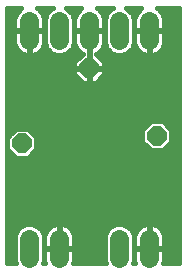
<source format=gbl>
G75*
G70*
%OFA0B0*%
%FSLAX24Y24*%
%IPPOS*%
%LPD*%
%AMOC8*
5,1,8,0,0,1.08239X$1,22.5*
%
%ADD10C,0.0640*%
%ADD11OC8,0.0640*%
%ADD12C,0.0160*%
D10*
X001181Y000781D02*
X001181Y001421D01*
X002181Y001421D02*
X002181Y000781D01*
X004181Y000781D02*
X004181Y001421D01*
X005181Y001421D02*
X005181Y000781D01*
X005181Y008031D02*
X005181Y008671D01*
X004181Y008671D02*
X004181Y008031D01*
X003181Y008031D02*
X003181Y008671D01*
X002181Y008671D02*
X002181Y008031D01*
X001181Y008031D02*
X001181Y008671D01*
D11*
X003181Y007101D03*
X005431Y004851D03*
X000931Y004601D03*
D12*
X000431Y000601D02*
X000431Y009101D01*
X000913Y009101D01*
X000898Y009095D01*
X000758Y008954D01*
X000681Y008770D01*
X000681Y008371D01*
X001161Y008371D01*
X001161Y008331D01*
X000681Y008331D01*
X000681Y007931D01*
X000758Y007748D01*
X000898Y007607D01*
X001082Y007531D01*
X001161Y007531D01*
X001161Y008331D01*
X001201Y008331D01*
X001201Y007531D01*
X001281Y007531D01*
X001465Y007607D01*
X001605Y007748D01*
X001681Y007931D01*
X001681Y008331D01*
X001202Y008331D01*
X001202Y008371D01*
X001681Y008371D01*
X001681Y008770D01*
X001605Y008954D01*
X001465Y009095D01*
X001450Y009101D01*
X001965Y009101D01*
X001909Y009078D01*
X001774Y008943D01*
X001701Y008766D01*
X001701Y007935D01*
X001774Y007759D01*
X001909Y007624D01*
X002086Y007551D01*
X002277Y007551D01*
X002453Y007624D01*
X002588Y007759D01*
X002661Y007935D01*
X002661Y008766D01*
X002588Y008943D01*
X002453Y009078D01*
X002398Y009101D01*
X002913Y009101D01*
X002898Y009095D01*
X002758Y008954D01*
X002681Y008770D01*
X002681Y008371D01*
X003161Y008371D01*
X003161Y008331D01*
X002681Y008331D01*
X002681Y007931D01*
X002758Y007748D01*
X002898Y007607D01*
X002956Y007583D01*
X002681Y007308D01*
X002681Y007121D01*
X003161Y007121D01*
X003161Y007081D01*
X002681Y007081D01*
X002681Y006894D01*
X002974Y006601D01*
X000431Y006601D01*
X000431Y006760D02*
X002815Y006760D01*
X002681Y006918D02*
X000431Y006918D01*
X000431Y007077D02*
X002681Y007077D01*
X002681Y007235D02*
X000431Y007235D01*
X000431Y007394D02*
X002767Y007394D01*
X002926Y007552D02*
X002281Y007552D01*
X002082Y007552D02*
X001333Y007552D01*
X001201Y007552D02*
X001161Y007552D01*
X001030Y007552D02*
X000431Y007552D01*
X000431Y007711D02*
X000794Y007711D01*
X000707Y007869D02*
X000431Y007869D01*
X000431Y008028D02*
X000681Y008028D01*
X000681Y008186D02*
X000431Y008186D01*
X000431Y008345D02*
X001161Y008345D01*
X001202Y008345D02*
X001701Y008345D01*
X001701Y008186D02*
X001681Y008186D01*
X001681Y008028D02*
X001701Y008028D01*
X001729Y007869D02*
X001656Y007869D01*
X001569Y007711D02*
X001822Y007711D01*
X001701Y008504D02*
X001681Y008504D01*
X001681Y008662D02*
X001701Y008662D01*
X001724Y008821D02*
X001661Y008821D01*
X001580Y008979D02*
X001811Y008979D01*
X001201Y008186D02*
X001161Y008186D01*
X001161Y008028D02*
X001201Y008028D01*
X001201Y007869D02*
X001161Y007869D01*
X001161Y007711D02*
X001201Y007711D01*
X000681Y008504D02*
X000431Y008504D01*
X000431Y008662D02*
X000681Y008662D01*
X000702Y008821D02*
X000431Y008821D01*
X000431Y008979D02*
X000783Y008979D01*
X000431Y006443D02*
X006181Y006443D01*
X006181Y006601D02*
X003389Y006601D01*
X003681Y006894D01*
X003681Y007081D01*
X003202Y007081D01*
X003202Y007121D01*
X003681Y007121D01*
X003681Y007308D01*
X003406Y007583D01*
X003465Y007607D01*
X003605Y007748D01*
X003681Y007931D01*
X003681Y008331D01*
X003202Y008331D01*
X003202Y008371D01*
X003681Y008371D01*
X003681Y008770D01*
X003605Y008954D01*
X003465Y009095D01*
X003450Y009101D01*
X003965Y009101D01*
X003909Y009078D01*
X003774Y008943D01*
X003701Y008766D01*
X003701Y007935D01*
X003774Y007759D01*
X003909Y007624D01*
X004086Y007551D01*
X004277Y007551D01*
X004453Y007624D01*
X004588Y007759D01*
X004661Y007935D01*
X004661Y008766D01*
X004588Y008943D01*
X004453Y009078D01*
X004398Y009101D01*
X004913Y009101D01*
X004898Y009095D01*
X004758Y008954D01*
X004681Y008770D01*
X004681Y008371D01*
X005161Y008371D01*
X005161Y008331D01*
X004681Y008331D01*
X004681Y007931D01*
X004758Y007748D01*
X004898Y007607D01*
X005082Y007531D01*
X005161Y007531D01*
X005161Y008331D01*
X005201Y008331D01*
X005201Y007531D01*
X005281Y007531D01*
X005465Y007607D01*
X005605Y007748D01*
X005681Y007931D01*
X005681Y008331D01*
X005202Y008331D01*
X005202Y008371D01*
X005681Y008371D01*
X005681Y008770D01*
X005605Y008954D01*
X005465Y009095D01*
X005450Y009101D01*
X006181Y009101D01*
X006181Y000601D01*
X005648Y000601D01*
X005681Y000681D01*
X005681Y001081D01*
X005202Y001081D01*
X005202Y001121D01*
X005681Y001121D01*
X005681Y001520D01*
X005605Y001704D01*
X005465Y001845D01*
X005281Y001921D01*
X005201Y001921D01*
X005201Y001121D01*
X005161Y001121D01*
X005161Y001081D01*
X004681Y001081D01*
X004681Y000681D01*
X004715Y000601D01*
X004626Y000601D01*
X004661Y000685D01*
X004661Y001516D01*
X004588Y001693D01*
X004453Y001828D01*
X004277Y001901D01*
X004086Y001901D01*
X003909Y001828D01*
X003774Y001693D01*
X003701Y001516D01*
X003701Y000685D01*
X003736Y000601D01*
X002648Y000601D01*
X002681Y000681D01*
X002681Y001081D01*
X002202Y001081D01*
X002202Y001121D01*
X002681Y001121D01*
X002681Y001520D01*
X002605Y001704D01*
X002465Y001845D01*
X002281Y001921D01*
X002201Y001921D01*
X002201Y001121D01*
X002161Y001121D01*
X002161Y001081D01*
X001681Y001081D01*
X001681Y000681D01*
X001715Y000601D01*
X001626Y000601D01*
X001661Y000685D01*
X001661Y001516D01*
X001588Y001693D01*
X001453Y001828D01*
X001277Y001901D01*
X001086Y001901D01*
X000909Y001828D01*
X000774Y001693D01*
X000701Y001516D01*
X000701Y000685D01*
X000736Y000601D01*
X000431Y000601D01*
X000431Y000735D02*
X000701Y000735D01*
X000701Y000894D02*
X000431Y000894D01*
X000431Y001052D02*
X000701Y001052D01*
X000701Y001211D02*
X000431Y001211D01*
X000431Y001369D02*
X000701Y001369D01*
X000706Y001528D02*
X000431Y001528D01*
X000431Y001686D02*
X000772Y001686D01*
X000951Y001845D02*
X000431Y001845D01*
X000431Y002003D02*
X006181Y002003D01*
X006181Y001845D02*
X005464Y001845D01*
X005613Y001686D02*
X006181Y001686D01*
X006181Y001528D02*
X005678Y001528D01*
X005681Y001369D02*
X006181Y001369D01*
X006181Y001211D02*
X005681Y001211D01*
X005681Y001052D02*
X006181Y001052D01*
X006181Y000894D02*
X005681Y000894D01*
X005681Y000735D02*
X006181Y000735D01*
X005201Y001211D02*
X005161Y001211D01*
X005161Y001121D02*
X005161Y001921D01*
X005082Y001921D01*
X004898Y001845D01*
X004758Y001704D01*
X004681Y001520D01*
X004681Y001121D01*
X005161Y001121D01*
X005161Y001369D02*
X005201Y001369D01*
X005201Y001528D02*
X005161Y001528D01*
X005161Y001686D02*
X005201Y001686D01*
X005201Y001845D02*
X005161Y001845D01*
X004899Y001845D02*
X004412Y001845D01*
X004591Y001686D02*
X004750Y001686D01*
X004685Y001528D02*
X004657Y001528D01*
X004661Y001369D02*
X004681Y001369D01*
X004681Y001211D02*
X004661Y001211D01*
X004661Y001052D02*
X004681Y001052D01*
X004681Y000894D02*
X004661Y000894D01*
X004661Y000735D02*
X004681Y000735D01*
X003951Y001845D02*
X002464Y001845D01*
X002613Y001686D02*
X003772Y001686D01*
X003706Y001528D02*
X002678Y001528D01*
X002681Y001369D02*
X003701Y001369D01*
X003701Y001211D02*
X002681Y001211D01*
X002681Y001052D02*
X003701Y001052D01*
X003701Y000894D02*
X002681Y000894D01*
X002681Y000735D02*
X003701Y000735D01*
X002201Y001211D02*
X002161Y001211D01*
X002161Y001121D02*
X002161Y001921D01*
X002082Y001921D01*
X001898Y001845D01*
X001758Y001704D01*
X001681Y001520D01*
X001681Y001121D01*
X002161Y001121D01*
X002161Y001369D02*
X002201Y001369D01*
X002201Y001528D02*
X002161Y001528D01*
X002161Y001686D02*
X002201Y001686D01*
X002201Y001845D02*
X002161Y001845D01*
X001899Y001845D02*
X001412Y001845D01*
X001591Y001686D02*
X001750Y001686D01*
X001685Y001528D02*
X001657Y001528D01*
X001661Y001369D02*
X001681Y001369D01*
X001681Y001211D02*
X001661Y001211D01*
X001661Y001052D02*
X001681Y001052D01*
X001681Y000894D02*
X001661Y000894D01*
X001661Y000735D02*
X001681Y000735D01*
X000431Y002162D02*
X006181Y002162D01*
X006181Y002320D02*
X000431Y002320D01*
X000431Y002479D02*
X006181Y002479D01*
X006181Y002637D02*
X000431Y002637D01*
X000431Y002796D02*
X006181Y002796D01*
X006181Y002955D02*
X000431Y002955D01*
X000431Y003113D02*
X006181Y003113D01*
X006181Y003272D02*
X000431Y003272D01*
X000431Y003430D02*
X006181Y003430D01*
X006181Y003589D02*
X000431Y003589D01*
X000431Y003747D02*
X006181Y003747D01*
X006181Y003906D02*
X000431Y003906D01*
X000431Y004064D02*
X006181Y004064D01*
X006181Y004223D02*
X001232Y004223D01*
X001130Y004121D02*
X001411Y004402D01*
X001411Y004800D01*
X001130Y005081D01*
X000733Y005081D01*
X000451Y004800D01*
X000451Y004402D01*
X000733Y004121D01*
X001130Y004121D01*
X001391Y004381D02*
X005222Y004381D01*
X005233Y004371D02*
X005630Y004371D01*
X005911Y004652D01*
X005911Y005050D01*
X005630Y005331D01*
X005233Y005331D01*
X004951Y005050D01*
X004951Y004652D01*
X005233Y004371D01*
X005063Y004540D02*
X001411Y004540D01*
X001411Y004699D02*
X004951Y004699D01*
X004951Y004857D02*
X001354Y004857D01*
X001195Y005016D02*
X004951Y005016D01*
X005076Y005174D02*
X000431Y005174D01*
X000431Y005333D02*
X006181Y005333D01*
X006181Y005174D02*
X005787Y005174D01*
X005911Y005016D02*
X006181Y005016D01*
X006181Y004857D02*
X005911Y004857D01*
X005911Y004699D02*
X006181Y004699D01*
X006181Y004540D02*
X005799Y004540D01*
X005641Y004381D02*
X006181Y004381D01*
X006181Y005491D02*
X000431Y005491D01*
X000431Y005650D02*
X006181Y005650D01*
X006181Y005808D02*
X000431Y005808D01*
X000431Y005967D02*
X006181Y005967D01*
X006181Y006125D02*
X000431Y006125D01*
X000431Y006284D02*
X006181Y006284D01*
X006181Y006760D02*
X003547Y006760D01*
X003681Y006918D02*
X006181Y006918D01*
X006181Y007077D02*
X003681Y007077D01*
X003681Y007235D02*
X006181Y007235D01*
X006181Y007394D02*
X003595Y007394D01*
X003437Y007552D02*
X004082Y007552D01*
X004281Y007552D02*
X005030Y007552D01*
X005161Y007552D02*
X005201Y007552D01*
X005333Y007552D02*
X006181Y007552D01*
X006181Y007711D02*
X005569Y007711D01*
X005656Y007869D02*
X006181Y007869D01*
X006181Y008028D02*
X005681Y008028D01*
X005681Y008186D02*
X006181Y008186D01*
X006181Y008345D02*
X005202Y008345D01*
X005161Y008345D02*
X004661Y008345D01*
X004661Y008186D02*
X004681Y008186D01*
X004681Y008028D02*
X004661Y008028D01*
X004634Y007869D02*
X004707Y007869D01*
X004794Y007711D02*
X004540Y007711D01*
X004661Y008504D02*
X004681Y008504D01*
X004681Y008662D02*
X004661Y008662D01*
X004639Y008821D02*
X004702Y008821D01*
X004783Y008979D02*
X004552Y008979D01*
X005161Y008186D02*
X005201Y008186D01*
X005201Y008028D02*
X005161Y008028D01*
X005161Y007869D02*
X005201Y007869D01*
X005201Y007711D02*
X005161Y007711D01*
X005681Y008504D02*
X006181Y008504D01*
X006181Y008662D02*
X005681Y008662D01*
X005661Y008821D02*
X006181Y008821D01*
X006181Y008979D02*
X005580Y008979D01*
X003811Y008979D02*
X003580Y008979D01*
X003661Y008821D02*
X003724Y008821D01*
X003701Y008662D02*
X003681Y008662D01*
X003681Y008504D02*
X003701Y008504D01*
X003701Y008345D02*
X003202Y008345D01*
X003201Y008331D02*
X003201Y007531D01*
X003201Y007121D01*
X003161Y007121D01*
X003161Y007601D01*
X003161Y008331D01*
X003201Y008331D01*
X003161Y008345D02*
X002661Y008345D01*
X002661Y008186D02*
X002681Y008186D01*
X002681Y008028D02*
X002661Y008028D01*
X002634Y007869D02*
X002707Y007869D01*
X002794Y007711D02*
X002540Y007711D01*
X002661Y008504D02*
X002681Y008504D01*
X002681Y008662D02*
X002661Y008662D01*
X002639Y008821D02*
X002702Y008821D01*
X002783Y008979D02*
X002552Y008979D01*
X003161Y008186D02*
X003201Y008186D01*
X003201Y008028D02*
X003161Y008028D01*
X003161Y007869D02*
X003201Y007869D01*
X003201Y007711D02*
X003161Y007711D01*
X003161Y007552D02*
X003201Y007552D01*
X003201Y007394D02*
X003161Y007394D01*
X003161Y007235D02*
X003201Y007235D01*
X003201Y007081D02*
X003161Y007081D01*
X003161Y006601D01*
X003201Y006601D01*
X003389Y006601D01*
X003201Y006601D02*
X003201Y007081D01*
X003201Y007077D02*
X003161Y007077D01*
X003161Y006918D02*
X003201Y006918D01*
X003201Y006760D02*
X003161Y006760D01*
X003161Y006601D02*
X002974Y006601D01*
X003569Y007711D02*
X003822Y007711D01*
X003729Y007869D02*
X003656Y007869D01*
X003681Y008028D02*
X003701Y008028D01*
X003701Y008186D02*
X003681Y008186D01*
X000667Y005016D02*
X000431Y005016D01*
X000431Y004857D02*
X000509Y004857D01*
X000451Y004699D02*
X000431Y004699D01*
X000431Y004540D02*
X000451Y004540D01*
X000431Y004381D02*
X000472Y004381D01*
X000431Y004223D02*
X000630Y004223D01*
M02*

</source>
